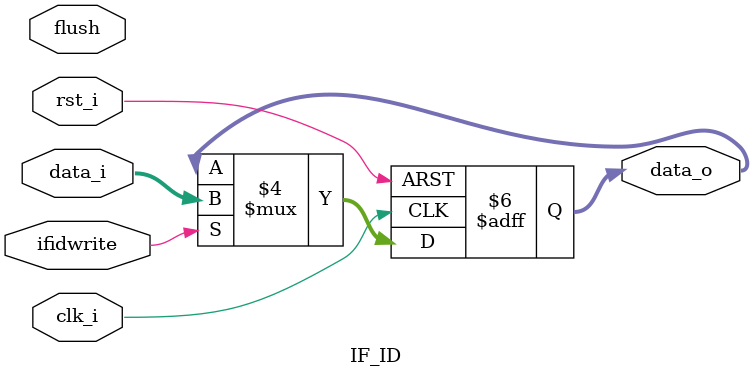
<source format=v>
module IF_ID(
			flush,
			ifidwrite,
            rst_i,
			clk_i,   
			data_i,
			data_o
);
					
input                    flush;
input                    ifidwrite;
input                    rst_i;
input                    clk_i;		  
input      [64-1: 0] data_i;
output reg [64-1: 0] data_o;
	  
always @(posedge clk_i or negedge  rst_i) begin
	if( rst_i == 0) data_o <= 0;
    
	else if(ifidwrite)
		data_o <= data_i;
	else data_o<=data_o;
end

endmodule
</source>
